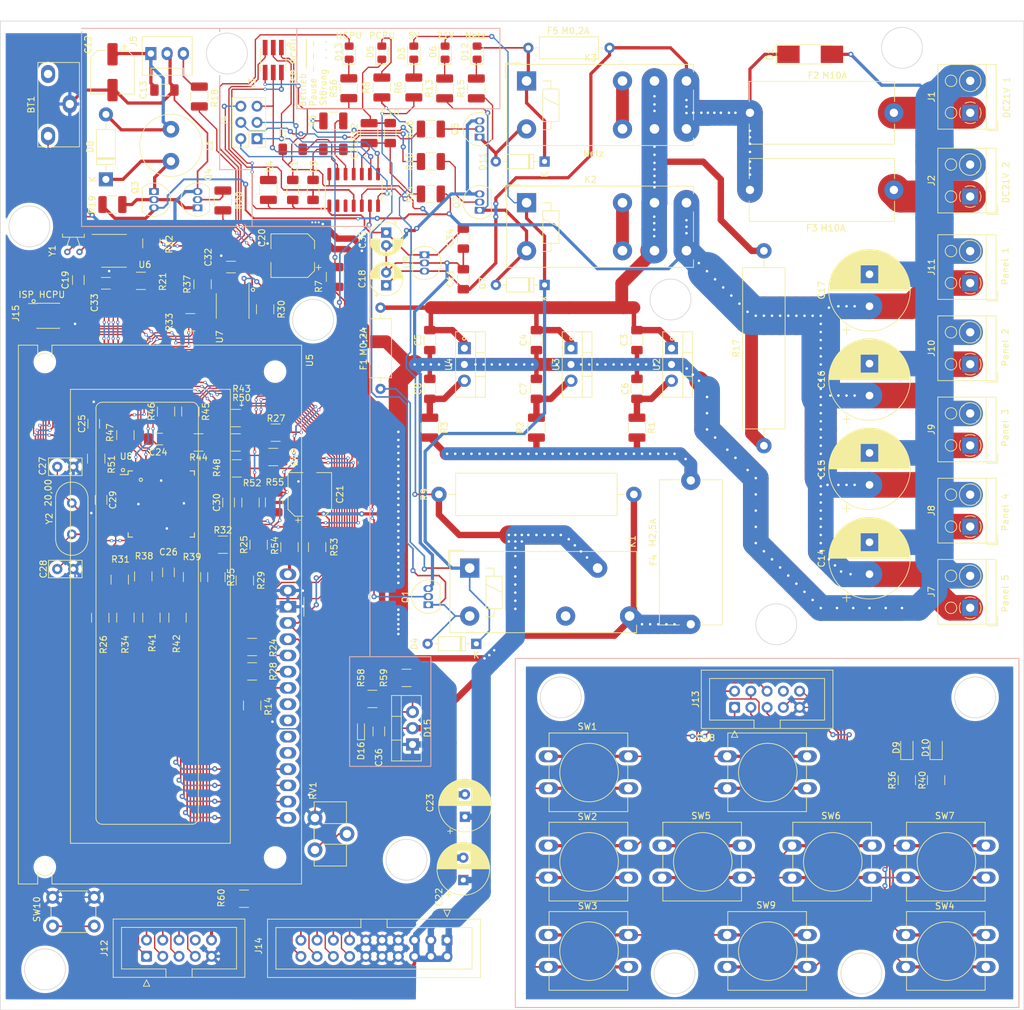
<source format=kicad_pcb>
(kicad_pcb (version 20211014) (generator pcbnew)

  (general
    (thickness 1.6)
  )

  (paper "A4")
  (layers
    (0 "F.Cu" signal)
    (31 "B.Cu" signal)
    (32 "B.Adhes" user "B.Adhesive")
    (33 "F.Adhes" user "F.Adhesive")
    (34 "B.Paste" user)
    (35 "F.Paste" user)
    (36 "B.SilkS" user "B.Silkscreen")
    (37 "F.SilkS" user "F.Silkscreen")
    (38 "B.Mask" user)
    (39 "F.Mask" user)
    (40 "Dwgs.User" user "User.Drawings")
    (41 "Cmts.User" user "User.Comments")
    (42 "Eco1.User" user "User.Eco1")
    (43 "Eco2.User" user "User.Eco2")
    (44 "Edge.Cuts" user)
    (45 "Margin" user)
    (46 "B.CrtYd" user "B.Courtyard")
    (47 "F.CrtYd" user "F.Courtyard")
    (48 "B.Fab" user)
    (49 "F.Fab" user)
    (50 "User.1" user)
    (51 "User.2" user)
    (52 "User.3" user)
    (53 "User.4" user)
    (54 "User.5" user)
    (55 "User.6" user)
    (56 "User.7" user)
    (57 "User.8" user)
    (58 "User.9" user)
  )

  (setup
    (pad_to_mask_clearance 0)
    (pcbplotparams
      (layerselection 0x00010fc_ffffffff)
      (disableapertmacros false)
      (usegerberextensions false)
      (usegerberattributes true)
      (usegerberadvancedattributes true)
      (creategerberjobfile true)
      (svguseinch false)
      (svgprecision 6)
      (excludeedgelayer true)
      (plotframeref false)
      (viasonmask false)
      (mode 1)
      (useauxorigin false)
      (hpglpennumber 1)
      (hpglpenspeed 20)
      (hpglpendiameter 15.000000)
      (dxfpolygonmode true)
      (dxfimperialunits true)
      (dxfusepcbnewfont true)
      (psnegative false)
      (psa4output false)
      (plotreference true)
      (plotvalue true)
      (plotinvisibletext false)
      (sketchpadsonfab false)
      (subtractmaskfromsilk true)
      (outputformat 1)
      (mirror false)
      (drillshape 0)
      (scaleselection 1)
      (outputdirectory "Panel/")
    )
  )

  (net 0 "")
  (net 1 "Net-(BT1-Pad2)")
  (net 2 "Net-(C2-Pad1)")
  (net 3 "Net-(C1-Pad2)")
  (net 4 "Net-(C6-Pad1)")
  (net 5 "Net-(C7-Pad1)")
  (net 6 "Net-(C8-Pad1)")
  (net 7 "Net-(C9-Pad2)")
  (net 8 "Net-(C10-Pad2)")
  (net 9 "Net-(C12-Pad1)")
  (net 10 "Net-(C14-Pad1)")
  (net 11 "Net-(BT1-Pad1)")
  (net 12 "Net-(C25-Pad1)")
  (net 13 "Net-(C27-Pad1)")
  (net 14 "Net-(C28-Pad2)")
  (net 15 "Net-(C3-Pad1)")
  (net 16 "Net-(D3-Pad1)")
  (net 17 "Net-(D3-Pad2)")
  (net 18 "Net-(D4-Pad2)")
  (net 19 "Net-(D5-Pad2)")
  (net 20 "Net-(D6-Pad1)")
  (net 21 "Net-(D7-Pad2)")
  (net 22 "Net-(D8-Pad1)")
  (net 23 "Net-(F2-Pad1)")
  (net 24 "Net-(F3-Pad1)")
  (net 25 "Net-(J3-Pad1)")
  (net 26 "Net-(J3-Pad3)")
  (net 27 "Net-(J3-Pad4)")
  (net 28 "Net-(J14-Pad13)")
  (net 29 "Net-(J14-Pad14)")
  (net 30 "Net-(J14-Pad15)")
  (net 31 "Net-(J14-Pad16)")
  (net 32 "Net-(J14-Pad17)")
  (net 33 "Net-(J14-Pad19)")
  (net 34 "Net-(J14-Pad20)")
  (net 35 "Net-(J15-Pad1)")
  (net 36 "Net-(J15-Pad3)")
  (net 37 "Net-(J15-Pad4)")
  (net 38 "unconnected-(K1-Pad12)")
  (net 39 "unconnected-(K2-Pad12)")
  (net 40 "Net-(Q1-Pad2)")
  (net 41 "Net-(Q2-Pad2)")
  (net 42 "Net-(Q3-Pad2)")
  (net 43 "Net-(Q4-Pad2)")
  (net 44 "Net-(C11-Pad1)")
  (net 45 "Net-(J4-Pad2)")
  (net 46 "Net-(R8-Pad2)")
  (net 47 "Net-(J4-Pad4)")
  (net 48 "Net-(R18-Pad1)")
  (net 49 "Net-(J5-Pad3)")
  (net 50 "Net-(R20-Pad1)")
  (net 51 "Net-(R21-Pad1)")
  (net 52 "Net-(R22-Pad1)")
  (net 53 "Net-(R24-Pad1)")
  (net 54 "Net-(R25-Pad1)")
  (net 55 "Net-(J4-Pad6)")
  (net 56 "Net-(R26-Pad2)")
  (net 57 "Net-(R27-Pad1)")
  (net 58 "Net-(R27-Pad2)")
  (net 59 "Net-(R28-Pad1)")
  (net 60 "Net-(R29-Pad1)")
  (net 61 "Net-(R30-Pad1)")
  (net 62 "Net-(R31-Pad1)")
  (net 63 "Net-(R32-Pad1)")
  (net 64 "Net-(R33-Pad1)")
  (net 65 "Net-(R34-Pad1)")
  (net 66 "Net-(R35-Pad1)")
  (net 67 "Net-(R37-Pad1)")
  (net 68 "Net-(R38-Pad1)")
  (net 69 "Net-(R39-Pad1)")
  (net 70 "Net-(R41-Pad1)")
  (net 71 "Net-(R42-Pad1)")
  (net 72 "Net-(R43-Pad1)")
  (net 73 "Net-(R44-Pad1)")
  (net 74 "Net-(R45-Pad1)")
  (net 75 "Net-(R46-Pad1)")
  (net 76 "Net-(R47-Pad1)")
  (net 77 "Net-(R48-Pad1)")
  (net 78 "Net-(R49-Pad1)")
  (net 79 "Net-(R50-Pad1)")
  (net 80 "unconnected-(U1-Pad2)")
  (net 81 "unconnected-(U1-Pad3)")
  (net 82 "Net-(U6-Pad1)")
  (net 83 "Net-(U6-Pad2)")
  (net 84 "unconnected-(U6-Pad7)")
  (net 85 "Net-(C20-Pad1)")
  (net 86 "Net-(C31-Pad2)")
  (net 87 "Net-(D11-Pad1)")
  (net 88 "Net-(D11-Pad2)")
  (net 89 "Net-(R53-Pad1)")
  (net 90 "Net-(J12-Pad1)")
  (net 91 "Net-(J12-Pad2)")
  (net 92 "Net-(J12-Pad3)")
  (net 93 "Net-(J12-Pad4)")
  (net 94 "Net-(J12-Pad5)")
  (net 95 "Net-(J12-Pad6)")
  (net 96 "Net-(D12-Pad1)")
  (net 97 "Net-(C36-Pad1)")
  (net 98 "Net-(F4-Pad2)")
  (net 99 "unconnected-(K3-Pad12)")
  (net 100 "Net-(Q5-Pad2)")
  (net 101 "Net-(R52-Pad2)")
  (net 102 "Net-(R16-Pad2)")
  (net 103 "Net-(D9-Pad1)")
  (net 104 "Net-(D15-Pad2)")
  (net 105 "Net-(D16-Pad2)")
  (net 106 "Net-(R14-Pad2)")
  (net 107 "Net-(R24-Pad2)")
  (net 108 "Net-(R28-Pad2)")
  (net 109 "Net-(R31-Pad2)")
  (net 110 "Net-(R34-Pad2)")
  (net 111 "Net-(R38-Pad2)")
  (net 112 "Net-(R41-Pad2)")
  (net 113 "Net-(R54-Pad1)")
  (net 114 "Net-(RV1-Pad2)")
  (net 115 "unconnected-(U5-Pad7)")
  (net 116 "unconnected-(U5-Pad8)")
  (net 117 "unconnected-(U5-Pad9)")
  (net 118 "unconnected-(U5-Pad10)")
  (net 119 "Net-(J14-Pad18)")
  (net 120 "unconnected-(J12-Pad8)")
  (net 121 "Net-(D9-Pad2)")
  (net 122 "Net-(D10-Pad2)")
  (net 123 "unconnected-(J13-Pad8)")
  (net 124 "Net-(D13-Pad1)")
  (net 125 "Net-(J13-Pad6)")
  (net 126 "Net-(J13-Pad5)")
  (net 127 "Net-(J13-Pad4)")
  (net 128 "Net-(J13-Pad3)")
  (net 129 "Net-(J13-Pad2)")
  (net 130 "Net-(J13-Pad1)")
  (net 131 "Net-(D10-Pad1)")
  (net 132 "Net-(J12-Pad10)")
  (net 133 "Net-(D13-Pad2)")
  (net 134 "Net-(R55-Pad1)")
  (net 135 "Net-(J13-Pad9)")

  (footprint "Crystal:Crystal_HC49-4H_Vertical" (layer "F.Cu") (at 25.527 94.887 90))

  (footprint "Resistor_SMD:R_1210_3225Metric_Pad1.30x2.65mm_HandSolder" (layer "F.Cu") (at 44.069 61.722 180))

  (footprint "Diode_THT:D_DO-35_SOD27_P7.62mm_Horizontal" (layer "F.Cu") (at 99.441 55.88 180))

  (footprint "Button_Switch_THT:OMR B3F-4000" (layer "F.Cu") (at 100.049 157.56))

  (footprint "Fuse:Fuseholder_Cylinder-5x20mm_Schurter_0031_8201_Horizontal_Open" (layer "F.Cu") (at 154.051 41.021 180))

  (footprint "Capacitor_SMD:C_1206_3216Metric_Pad1.33x1.80mm_HandSolder" (layer "F.Cu") (at 86.741 48.641 -90))

  (footprint "Resistor_SMD:R_1210_3225Metric_Pad1.30x2.65mm_HandSolder" (layer "F.Cu") (at 45.974 55.779 90))

  (footprint "Capacitor_THT:C_Disc_D5.0mm_W2.5mm_P2.50mm" (layer "F.Cu") (at 25.761 100.33 180))

  (footprint "TerminalBlock_RND:TerminalBlock_RND_205-00001_1x02_P5.00mm_Horizontal" (layer "F.Cu") (at 165.981 80.986 90))

  (footprint "Resistor_THT:R_Axial_Power_L25.0mm_W6.4mm_P30.48mm" (layer "F.Cu") (at 133.731 81.031 90))

  (footprint "Capacitor_SMD:C_1206_3216Metric_Pad1.33x1.80mm_HandSolder" (layer "F.Cu") (at 98.171 72.136 90))

  (footprint "LED_SMD:LED_0805_2012Metric_Pad1.15x1.40mm_HandSolder" (layer "F.Cu") (at 88.891 19.556 90))

  (footprint "Resistor_THT:R_Axial_Power_L25.0mm_W6.4mm_P30.48mm" (layer "F.Cu") (at 82.926 88.646))

  (footprint "Resistor_SMD:R_1210_3225Metric_Pad1.30x2.65mm_HandSolder" (layer "F.Cu") (at 53.721 112.522))

  (footprint "Resistor_SMD:R_1210_3225Metric_Pad1.30x2.65mm_HandSolder" (layer "F.Cu") (at 54.737 96.52 -90))

  (footprint "Resistor_SMD:R_1210_3225Metric_Pad1.30x2.65mm_HandSolder" (layer "F.Cu") (at 81.661 36.576 180))

  (footprint "Diode_THT:D_DO-35_SOD27_P7.62mm_Horizontal" (layer "F.Cu") (at 88.773 112.014 180))

  (footprint "Resistor_SMD:R_1210_3225Metric_Pad1.30x2.65mm_HandSolder" (layer "F.Cu") (at 29.337 83.058 90))

  (footprint "Button_Switch_THT:OMR B3F-4000" (layer "F.Cu") (at 127.989 129.62))

  (footprint "TerminalBlock_RND:TerminalBlock_RND_205-00001_1x02_P5.00mm_Horizontal" (layer "F.Cu") (at 165.981 93.686 90))

  (footprint "Resistor_SMD:R_1210_3225Metric_Pad1.30x2.65mm_HandSolder" (layer "F.Cu") (at 83.82 25.146 -90))

  (footprint "Package_TO_SOT_THT:TO-92_Inline" (layer "F.Cu") (at 89.281 44.196 90))

  (footprint "Button_Switch_THT:OMR B3F-4000" (layer "F.Cu") (at 138.149 143.59))

  (footprint "Resistor_SMD:R_1210_3225Metric_Pad1.30x2.65mm_HandSolder" (layer "F.Cu") (at 79 25 -90))

  (footprint "LED_SMD:LED_0805_2012Metric_Pad1.15x1.40mm_HandSolder" (layer "F.Cu") (at 156.083 128.27 90))

  (footprint "Capacitor_SMD:C_1206_3216Metric_Pad1.33x1.80mm_HandSolder" (layer "F.Cu") (at 26.543 55.118 90))

  (footprint "Package_QFP:TQFP-44_10x10mm_P0.8mm" (layer "F.Cu") (at 39.516 90.151))

  (footprint "Capacitor_SMD:C_1206_3216Metric_Pad1.33x1.80mm_HandSolder" (layer "F.Cu") (at 50.038 89.916 90))

  (footprint "Capacitor_SMD:C_1206_3216Metric_Pad1.33x1.80mm_HandSolder" (layer "F.Cu") (at 39.0275 79.991 180))

  (footprint "LED_SMD:LED_0805_2012Metric_Pad1.15x1.40mm_HandSolder" (layer "F.Cu") (at 79 19.556 90))

  (footprint "Capacitor_THT:CP_Radial_D12.5mm_P5.00mm" (layer "F.Cu") (at 150.241 101.129959 90))

  (footprint "Resistor_SMD:R_1210_3225Metric_Pad1.30x2.65mm_HandSolder" (layer "F.Cu") (at 63.881 96.901 90))

  (footprint "LED_SMD:LED_0805_2012Metric_Pad1.15x1.40mm_HandSolder" (layer "F.Cu") (at 83.891 19.556 90))

  (footprint "Resistor_SMD:R_1210_3225Metric_Pad1.30x2.65mm_HandSolder" (layer "F.Cu") (at 29.972 107.95 90))

  (footprint "Capacitor_SMD:C_1206_3216Metric_Pad1.33x1.80mm_HandSolder" (layer "F.Cu") (at 113.8835 64.516 -90))

  (footprint "Connector_PinHeader_2.54mm:PinHeader_2x03_P2.54mm_Vertical" (layer "F.Cu") (at 54.488 33.005 180))

  (footprint "Resistor_SMD:R_1210_3225Metric_Pad1.30x2.65mm_HandSolder" (layer "F.Cu") (at 88.773 25.146 -90))

  (footprint "Resistor_SMD:R_1210_3225Metric_Pad1.30x2.65mm_HandSolder" (layer "F.Cu") (at 49.149 42.672 90))

  (footprint "Resistor_SMD:R_1210_3225Metric_Pad1.30x2.65mm_HandSolder" (layer "F.Cu") (at 66.675 54.636 90))

  (footprint "TerminalBlock_RND:TerminalBlock_RND_205-00001_1x02_P5.00mm_Horizontal" (layer "F.Cu") (at 165.981 106.386 90))

  (footprint "Capacitor_SMD:C_1206_3216Metric_Pad1.33x1.80mm_HandSolder" (layer "F.Cu") (at 86.741 54.991 90))

  (footprint "Resistor_THT:R_Axial_DIN0309_L9.0mm_D3.2mm_P12.70mm_Horizontal" (layer "F.Cu") (at 73.787 72.136 90))

  (footprint "Connector:FanPinHeader_1x03_P2.54mm_Vertical" (layer "F.Cu")
    (tedit 5A19DCDF) (tstamp 4ced240c-5764-4c6b-b303-eb829bb5b489)
    (at 37.891 19.691)
    (descr "3-pin CPU fan Through hole pin header, see http://www.formfactors.org/developer%5Cspecs%5Crev1_2_public.pdf")
    (tags "pin header 3-pin CPU fan")
    (property "Sheetfile" "Lauflicht_Steuerplatine.kicad_sch")
    (property "Sheetname" "")
    (path "/d498e373-4db4-4219-ac1b-e64e45f5
... [1515602 chars truncated]
</source>
